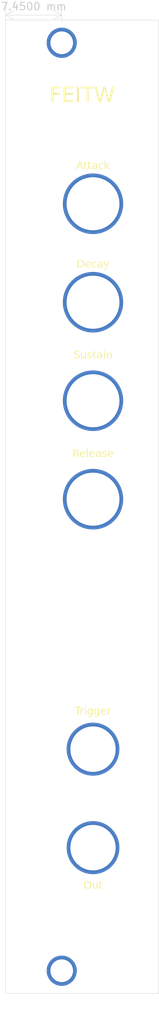
<source format=kicad_pcb>
(kicad_pcb
	(version 20240108)
	(generator "pcbnew")
	(generator_version "8.0")
	(general
		(thickness 1.6)
		(legacy_teardrops no)
	)
	(paper "A4")
	(layers
		(0 "F.Cu" signal)
		(31 "B.Cu" signal)
		(32 "B.Adhes" user "B.Adhesive")
		(33 "F.Adhes" user "F.Adhesive")
		(34 "B.Paste" user)
		(35 "F.Paste" user)
		(36 "B.SilkS" user "B.Silkscreen")
		(37 "F.SilkS" user "F.Silkscreen")
		(38 "B.Mask" user)
		(39 "F.Mask" user)
		(40 "Dwgs.User" user "User.Drawings")
		(41 "Cmts.User" user "User.Comments")
		(42 "Eco1.User" user "User.Eco1")
		(43 "Eco2.User" user "User.Eco2")
		(44 "Edge.Cuts" user)
		(45 "Margin" user)
		(46 "B.CrtYd" user "B.Courtyard")
		(47 "F.CrtYd" user "F.Courtyard")
		(48 "B.Fab" user)
		(49 "F.Fab" user)
		(50 "User.1" user)
		(51 "User.2" user)
		(52 "User.3" user)
		(53 "User.4" user)
		(54 "User.5" user)
		(55 "User.6" user)
		(56 "User.7" user)
		(57 "User.8" user)
		(58 "User.9" user)
	)
	(setup
		(pad_to_mask_clearance 0)
		(allow_soldermask_bridges_in_footprints no)
		(grid_origin 88.2 198.5)
		(pcbplotparams
			(layerselection 0x00010ff_ffffffff)
			(plot_on_all_layers_selection 0x0000000_00000000)
			(disableapertmacros no)
			(usegerberextensions no)
			(usegerberattributes yes)
			(usegerberadvancedattributes yes)
			(creategerberjobfile yes)
			(dashed_line_dash_ratio 12.000000)
			(dashed_line_gap_ratio 3.000000)
			(svgprecision 4)
			(plotframeref no)
			(viasonmask no)
			(mode 1)
			(useauxorigin no)
			(hpglpennumber 1)
			(hpglpenspeed 20)
			(hpglpendiameter 15.000000)
			(pdf_front_fp_property_popups yes)
			(pdf_back_fp_property_popups yes)
			(dxfpolygonmode yes)
			(dxfimperialunits yes)
			(dxfusepcbnewfont yes)
			(psnegative no)
			(psa4output no)
			(plotreference yes)
			(plotvalue yes)
			(plotfptext yes)
			(plotinvisibletext no)
			(sketchpadsonfab no)
			(subtractmaskfromsilk no)
			(outputformat 1)
			(mirror no)
			(drillshape 0)
			(scaleselection 1)
			(outputdirectory "gerber/")
		)
	)
	(net 0 "")
	(net 1 "GND")
	(gr_rect
		(start 88.2 70)
		(end 108.52 198.5)
		(stroke
			(width 0.05)
			(type default)
		)
		(fill none)
		(layer "Edge.Cuts")
		(uuid "a8c6f601-1687-4338-8a7c-bd3610d4a386")
	)
	(gr_rect
		(start 88.2 70)
		(end 108.52 198.5)
		(stroke
			(width 0.1)
			(type default)
		)
		(fill none)
		(layer "Margin")
		(uuid "24dbe167-c894-4dc7-954e-f8969588c97a")
	)
	(gr_circle
		(center 99.8 107.25)
		(end 96.3 107.25)
		(stroke
			(width 0.1)
			(type default)
		)
		(fill none)
		(layer "User.9")
		(uuid "0c97bf15-1194-4847-84d4-59322f32f829")
	)
	(gr_line
		(start 95.65 198.5)
		(end 95.65 70)
		(stroke
			(width 0.1)
			(type default)
		)
		(layer "User.9")
		(uuid "138c935c-f1f0-452f-9479-8fe990c57860")
	)
	(gr_circle
		(center 99.8 120.25)
		(end 96.3 120.25)
		(stroke
			(width 0.1)
			(type default)
		)
		(fill none)
		(layer "User.9")
		(uuid "40eebe3d-6854-44cd-b396-8da86c1f3e49")
	)
	(gr_line
		(start 88.2 195.5)
		(end 97.2 195.5)
		(stroke
			(width 0.1)
			(type default)
		)
		(layer "User.9")
		(uuid "75dae6d4-9b84-4b68-a5c2-db2c887879a8")
	)
	(gr_circle
		(center 99.8 166.25)
		(end 96.8 166.25)
		(stroke
			(width 0.1)
			(type default)
		)
		(fill none)
		(layer "User.9")
		(uuid "7cc00306-e135-424e-bd29-c71bde8d5fa4")
	)
	(gr_circle
		(center 99.8 133.25)
		(end 96.3 133.25)
		(stroke
			(width 0.1)
			(type default)
		)
		(fill none)
		(layer "User.9")
		(uuid "81c8345e-9324-4909-a853-1ff17e28b1fb")
	)
	(gr_line
		(start 88.2 73)
		(end 98.2 73)
		(stroke
			(width 0.1)
			(type default)
		)
		(layer "User.9")
		(uuid "9d865cd4-47fb-4887-9805-2c72bb60d40a")
	)
	(gr_circle
		(center 99.8 179.25)
		(end 96.8 179.25)
		(stroke
			(width 0.1)
			(type default)
		)
		(fill none)
		(layer "User.9")
		(uuid "b6805127-7810-4b69-923a-2bb1791b21b4")
	)
	(gr_circle
		(center 99.8 94.25)
		(end 96.3 94.25)
		(stroke
			(width 0.1)
			(type default)
		)
		(fill none)
		(layer "User.9")
		(uuid "edd7bf2c-5f5d-4e26-8717-cadc4d4fa02e")
	)
	(gr_text "Attack"
		(at 99.8 89.25 0)
		(layer "F.SilkS")
		(uuid "1a7e2e51-8733-4fd2-8754-b70b8fafd9fd")
		(effects
			(font
				(face "Dune Rise")
				(size 1 1)
				(thickness 0.1)
			)
		)
		(render_cache "Attack" 0
			(polygon
				(pts
					(xy 96.103385 89.665) (xy 96.21769 89.665) (xy 96.732798 88.744204) (xy 97.247174 89.665) (xy 97.361968 89.665)
					(xy 96.733287 88.539528)
				)
			)
			(polygon
				(pts
					(xy 97.235694 88.633562) (xy 97.748604 88.633562) (xy 97.748604 89.665) (xy 97.842638 89.665) (xy 97.842638 88.633562)
					(xy 98.355792 88.633562) (xy 98.355792 88.539773) (xy 97.235694 88.539773)
				)
			)
			(polygon
				(pts
					(xy 98.635694 88.633562) (xy 99.148604 88.633562) (xy 99.148604 89.665) (xy 99.242638 89.665) (xy 99.242638 88.633562)
					(xy 99.755792 88.633562) (xy 99.755792 88.539773) (xy 98.635694 88.539773)
				)
			)
			(polygon
				(pts
					(xy 99.62903 89.665) (xy 99.743336 89.665) (xy 100.258444 88.748356) (xy 100.773552 89.664755)
					(xy 100.888102 89.665) (xy 100.258444 88.539528)
				)
			)
			(polygon
				(pts
					(xy 100.976518 89.102264) (xy 100.979408 89.159862) (xy 100.98789 89.215783) (xy 101.001684 89.269744)
					(xy 101.020508 89.321464) (xy 101.044083 89.370663) (xy 101.072126 89.41706) (xy 101.104358 89.460372)
					(xy 101.140496 89.500319) (xy 101.180262 89.536619) (xy 101.223373 89.568992) (xy 101.269548 89.597156)
					(xy 101.318508 89.62083) (xy 101.36997 89.639732) (xy 101.423655 89.653582) (xy 101.47928 89.662098)
					(xy 101.536567 89.665) (xy 102.096616 89.665) (xy 102.096616 89.57121) (xy 101.536567 89.57121)
					(xy 101.465696 89.565799) (xy 101.398148 89.550098) (xy 101.334717 89.524909) (xy 101.276202 89.491032)
					(xy 101.223399 89.449268) (xy 101.177105 89.400417) (xy 101.138118 89.345279) (xy 101.107234 89.284656)
					(xy 101.085249 89.219348) (xy 101.072962 89.150155) (xy 101.070551 89.102264) (xy 101.075931 89.030989)
					(xy 101.091539 88.963053) (xy 101.116579 88.899258) (xy 101.150253 88.840405) (xy 101.191764 88.787297)
					(xy 101.240316 88.740735) (xy 101.295112 88.701522) (xy 101.355354 88.670458) (xy 101.420246 88.648346)
					(xy 101.48899 88.635987) (xy 101.536567 88.633562) (xy 102.096616 88.633562) (xy 102.096616 88.539773)
					(xy 101.536567 88.539773) (xy 101.47928 88.542674) (xy 101.423655 88.55119) (xy 101.36997 88.565038)
					(xy 101.318508 88.583939) (xy 101.269548 88.607609) (xy 101.223373 88.635767) (xy 101.180262 88.668133)
					(xy 101.140496 88.704423) (xy 101.104358 88.744357) (xy 101.072126 88.787653) (xy 101.044083 88.834029)
					(xy 101.020508 88.883205) (xy 101.001684 88.934898) (xy 100.98789 88.988826) (xy 100.979408 89.044709)
				)
			)
			(polygon
				(pts
					(xy 103.350558 88.539528) (xy 102.470307 89.283736) (xy 102.470307 88.539528) (xy 102.376274 88.539528)
					(xy 102.376274 89.363115) (xy 102.376274 89.486702) (xy 102.376274 89.665) (xy 102.470307 89.665)
					(xy 102.470307 89.407079) (xy 102.757781 89.164057) (xy 103.350558 89.665) (xy 103.496616 89.665)
					(xy 102.83081 89.102508) (xy 103.496616 88.539528)
				)
			)
		)
	)
	(gr_text "Out"
		(at 99.8 184.25 0)
		(layer "F.SilkS")
		(uuid "3246e77a-7d1f-43a1-a2bb-55786c66becb")
		(effects
			(font
				(face "Dune Rise")
				(size 1 1)
				(thickness 0.1)
			)
		)
		(render_cache "Out" 0
			(polygon
				(pts
					(xy 98.457246 183.542674) (xy 98.512842 183.55119) (xy 98.566506 183.565038) (xy 98.617956 183.583939)
					(xy 98.66691 183.607609) (xy 98.713086 183.635767) (xy 98.756203 183.668133) (xy 98.795978 183.704423)
					(xy 98.83213 183.744357) (xy 98.864376 183.787653) (xy 98.892434 183.834029) (xy 98.916024 183.883205)
					(xy 98.934862 183.934898) (xy 98.948666 183.988826) (xy 98.957156 184.044709) (xy 98.960048 184.102264)
					(xy 98.957156 184.159862) (xy 98.948666 184.215783) (xy 98.934862 184.269744) (xy 98.916024 184.321464)
					(xy 98.892434 184.370663) (xy 98.864376 184.41706) (xy 98.83213 184.460372) (xy 98.795978 184.500319)
					(xy 98.756203 184.536619) (xy 98.713086 184.568992) (xy 98.66691 184.597156) (xy 98.617956 184.62083)
					(xy 98.566506 184.639732) (xy 98.512842 184.653582) (xy 98.457246 184.662098) (xy 98.4 184.665)
					(xy 98.342713 184.662098) (xy 98.287087 184.653582) (xy 98.233403 184.639732) (xy 98.18194 184.62083)
					(xy 98.132981 184.597156) (xy 98.086805 184.568992) (xy 98.043694 184.536619) (xy 98.003929 184.500319)
					(xy 97.96779 184.460372) (xy 97.935559 184.41706) (xy 97.907515 184.370663) (xy 97.883941 184.321464)
					(xy 97.865117 184.269744) (xy 97.851323 184.215783) (xy 97.84284 184.159862) (xy 97.839951 184.102264)
					(xy 97.933984 184.102264) (xy 97.936395 184.150155) (xy 97.948682 184.219348) (xy 97.970666 184.284656)
					(xy 98.001551 184.345279) (xy 98.040538 184.400417) (xy 98.086832 184.449268) (xy 98.139635 184.491032)
					(xy 98.19815 184.524909) (xy 98.26158 184.550098) (xy 98.329129 184.565799) (xy 98.4 184.57121)
					(xy 98.447576 184.568785) (xy 98.516321 184.556426) (xy 98.581212 184.53431) (xy 98.641455 184.503241)
					(xy 98.69625 184.464016) (xy 98.744802 184.417438) (xy 98.786313 184.364307) (xy 98.819987 184.305424)
					(xy 98.845027 184.241588) (xy 98.860635 184.173602) (xy 98.866015 184.102264) (xy 98.863604 184.054416)
					(xy 98.851317 183.985278) (xy 98.829333 183.920013) (xy 98.798448 183.859424) (xy 98.759461 183.804312)
					(xy 98.713167 183.755479) (xy 98.660364 183.713727) (xy 98.601849 183.679857) (xy 98.538419 183.654672)
					(xy 98.47087 183.638973) (xy 98.4 183.633562) (xy 98.352423 183.635987) (xy 98.283678 183.648346)
					(xy 98.218787 183.670458) (xy 98.158544 183.701522) (xy 98.103749 183.740735) (xy 98.055197 183.787297)
					(xy 98.013686 183.840405) (xy 97.980012 183.899258) (xy 97.954972 183.963053) (xy 97.939364 184.030989)
					(xy 97.933984 184.102264) (xy 97.839951 184.102264) (xy 97.84284 184.044709) (xy 97.851323 183.988826)
					(xy 97.865117 183.934898) (xy 97.883941 183.883205) (xy 97.907515 183.834029) (xy 97.935559 183.787653)
					(xy 97.96779 183.744357) (xy 98.003929 183.704423) (xy 98.043694 183.668133) (xy 98.086805 183.635767)
					(xy 98.132981 183.607609) (xy 98.18194 183.583939) (xy 98.233403 183.565038) (xy 98.287087 183.55119)
					(xy 98.342713 183.542674) (xy 98.4 183.539773)
				)
			)
			(polygon
				(pts
					(xy 100.266015 184.102508) (xy 100.260635 184.173783) (xy 100.245027 184.241719) (xy 100.219987 184.305515)
					(xy 100.186313 184.364367) (xy 100.144802 184.417475) (xy 100.09625 184.464037) (xy 100.041455 184.50325)
					(xy 99.981212 184.534314) (xy 99.916321 184.556427) (xy 99.847576 184.568785) (xy 99.8 184.57121)
					(xy 99.729129 184.565799) (xy 99.66158 184.5501) (xy 99.59815 184.524915) (xy 99.539635 184.491045)
					(xy 99.486832 184.449293) (xy 99.440538 184.40046) (xy 99.401551 184.345348) (xy 99.370666 184.284759)
					(xy 99.348682 184.219495) (xy 99.336395 184.150356) (xy 99.333984 184.102508) (xy 99.333984 183.539528)
					(xy 99.239951 183.539528) (xy 99.239951 184.102508) (xy 99.24284 184.160063) (xy 99.251323 184.215946)
					(xy 99.265117 184.269875) (xy 99.283941 184.321567) (xy 99.307515 184.370743) (xy 99.335559 184.417119)
					(xy 99.36779 184.460415) (xy 99.403929 184.500349) (xy 99.443694 184.53664) (xy 99.486805 184.569005)
					(xy 99.532981 184.597163) (xy 99.58194 184.620834) (xy 99.633403 184.639734) (xy 99.687087 184.653583)
					(xy 99.742713 184.662098) (xy 99.8 184.665) (xy 99.857246 184.662098) (xy 99.912842 184.653583)
					(xy 99.966506 184.639734) (xy 100.017956 184.620834) (xy 100.06691 184.597163) (xy 100.113086 184.569005)
					(xy 100.156203 184.53664) (xy 100.195978 184.500349) (xy 100.23213 184.460415) (xy 100.264376 184.417119)
					(xy 100.292434 184.370743) (xy 100.316024 184.321567) (xy 100.334862 184.269875) (xy 100.348666 184.215946)
					(xy 100.357156 184.160063) (xy 100.360048 184.102508) (xy 100.360048 183.539528) (xy 100.266015 183.539528)
				)
			)
			(polygon
				(pts
					(xy 100.639951 183.633562) (xy 101.152861 183.633562) (xy 101.152861 184.665) (xy 101.246894 184.665)
					(xy 101.246894 183.633562) (xy 101.760048 183.633562) (xy 101.760048 183.539773) (xy 100.639951 183.539773)
				)
			)
		)
	)
	(gr_text "FEITW"
		(at 98.36 80 0)
		(layer "F.SilkS")
		(uuid "55ed641a-81af-4af1-88f0-d96731101ead")
		(effects
			(font
				(face "Dune Rise")
				(size 2 2)
				(thickness 0.1)
			)
		)
		(render_cache "FEITW" 0
			(polygon
				(pts
					(xy 92.619805 79.610251) (xy 92.619805 80.83) (xy 92.807872 80.83) (xy 92.807872 79.798806) (xy 94.252812 79.798806)
					(xy 94.252812 79.610739)
				)
			)
			(polygon
				(pts
					(xy 94.86 78.767124) (xy 94.86 78.579546) (xy 92.619805 78.579546) (xy 92.619805 78.767124)
				)
			)
			(polygon
				(pts
					(xy 96.258535 78.579546) (xy 96.143962 78.58528) (xy 96.03271 78.60211) (xy 95.925341 78.629475)
					(xy 95.822416 78.666817) (xy 95.724497 78.713575) (xy 95.632146 78.769191) (xy 95.545925 78.833104)
					(xy 95.466394 78.904755) (xy 95.394116 78.983585) (xy 95.329653 79.069033) (xy 95.273567 79.160541)
					(xy 95.226418 79.257549) (xy 95.188769 79.359497) (xy 95.161181 79.465825) (xy 95.144217 79.575974)
					(xy 95.138437 79.689385) (xy 95.144217 79.806201) (xy 95.161181 79.919598) (xy 95.188769 80.029007)
					(xy 95.226418 80.133862) (xy 95.273567 80.233593) (xy 95.329653 80.327632) (xy 95.394116 80.415412)
					(xy 95.466394 80.496364) (xy 95.545925 80.56992) (xy 95.632146 80.635512) (xy 95.724497 80.692571)
					(xy 95.822416 80.74053) (xy 95.925341 80.778821) (xy 96.03271 80.806875) (xy 96.143962 80.824124)
					(xy 96.258535 80.83) (xy 97.378632 80.83) (xy 97.378632 80.642421) (xy 96.258535 80.642421) (xy 96.116794 80.631376)
					(xy 95.981696 80.599344) (xy 95.854835 80.547982) (xy 95.737805 80.478948) (xy 95.632199 80.393897)
					(xy 95.539612 80.294487) (xy 95.461637 80.182374) (xy 95.399868 80.059215) (xy 95.3559 79.926666)
					(xy 95.331325 79.786384) (xy 95.326504 79.689385) (xy 95.337264 79.548902) (xy 95.36848 79.415081)
					(xy 95.418559 79.289486) (xy 95.485907 79.173679) (xy 95.56893 79.069222) (xy 95.666034 78.977679)
					(xy 95.775625 78.900611) (xy 95.896109 78.839581) (xy 96.025893 78.796151) (xy 96.163382 78.771884)
					(xy 96.258535 78.767124) (xy 97.378632 78.767124) (xy 97.378632 78.579546)
				)
			)
			(polygon
				(pts
					(xy 96.391891 79.689385) (xy 96.428448 79.783552) (xy 96.518196 79.828854) (xy 96.532575 79.829581)
					(xy 96.626963 79.793074) (xy 96.672527 79.703679) (xy 96.673259 79.689385) (xy 96.636531 79.594804)
					(xy 96.546874 79.549428) (xy 96.532575 79.548702) (xy 96.437994 79.585259) (xy 96.392618 79.675006)
				)
			)
			(polygon
				(pts
					(xy 97.937949 80.83) (xy 98.126016 80.83) (xy 98.125527 78.579057) (xy 97.937949 78.579057)
				)
			)
			(polygon
				(pts
					(xy 98.684843 78.767124) (xy 99.710663 78.767124) (xy 99.710663 80.83) (xy 99.89873 80.83) (xy 99.89873 78.767124)
					(xy 100.925039 78.767124) (xy 100.925039 78.579546) (xy 98.684843 78.579546)
				)
			)
			(polygon
				(pts
					(xy 103.912617 80.127557) (xy 103.902179 80.231305) (xy 103.872248 80.327943) (xy 103.824904 80.415399)
					(xy 103.762225 80.491601) (xy 103.686287 80.554476) (xy 103.59917 80.601953) (xy 103.50295 80.631959)
					(xy 103.399707 80.642421) (xy 103.296464 80.631917) (xy 103.200245 80.6018) (xy 103.113127 80.554167)
					(xy 103.03719 80.491113) (xy 102.97451 80.414731) (xy 102.927166 80.327119) (xy 102.897236 80.23037)
					(xy 102.886797 80.12658) (xy 102.886797 78.579057) (xy 102.69873 78.579057) (xy 102.69873 80.12658)
					(xy 102.688292 80.23037) (xy 102.658361 80.327119) (xy 102.611017 80.414731) (xy 102.548338 80.491113)
					(xy 102.4724 80.554167) (xy 102.385283 80.6018) (xy 102.289063 80.631917) (xy 102.18582 80.642421)
					(xy 102.082577 80.631917) (xy 101.986358 80.6018) (xy 101.89924 80.554167) (xy 101.823303 80.491113)
					(xy 101.760623 80.414731) (xy 101.713279 80.327119) (xy 101.683349 80.23037) (xy 101.67291 80.12658)
					(xy 101.67291 78.579057) (xy 101.484843 78.579057) (xy 101.484843 80.12658) (xy 101.492915 80.233897)
					(xy 101.516338 80.336066) (xy 101.553928 80.431906) (xy 101.604498 80.520236) (xy 101.666864 80.599875)
					(xy 101.739838 80.669643) (xy 101.822236 80.728357) (xy 101.912871 80.774839) (xy 102.010558 80.807906)
					(xy 102.114111 80.826377) (xy 102.18582 80.83) (xy 102.304896 80.819932) (xy 102.417401 80.790817)
					(xy 102.521705 80.744287) (xy 102.616174 80.681975) (xy 102.699177 80.605513) (xy 102.76908 80.516533)
					(xy 102.793008 80.477801) (xy 102.857182 80.571331) (xy 102.93506 80.652997) (xy 103.02503 80.721165)
					(xy 103.125483 80.774203) (xy 103.23481 80.81048) (xy 103.351399 80.828363) (xy 103.399707 80.83)
					(xy 103.506524 80.821914) (xy 103.608287 80.798447) (xy 103.703804 80.760777) (xy 103.791886 80.710087)
					(xy 103.871341 80.647556) (xy 103.940979 80.574367) (xy 103.99961 80.4917) (xy 104.046042 80.400735)
					(xy 104.079086 80.302654) (xy 104.097551 80.198638) (xy 104.101173 80.12658) (xy 104.101173 78.579057)
					(xy 103.912617 78.579057)
				)
			)
		)
	)
	(gr_text "Trigger"
		(at 99.8 161.25 0)
		(layer "F.SilkS")
		(uuid "574ab96f-eed1-4c2e-92e7-550c5b6d43c0")
		(effects
			(font
				(face "Dune Rise")
				(size 1 1)
				(thickness 0.1)
			)
		)
		(render_cache "Trigger" 0
			(polygon
				(pts
					(xy 95.459561 160.633562) (xy 95.972471 160.633562) (xy 95.972471 161.665) (xy 96.066504 161.665)
					(xy 96.066504 160.633562) (xy 96.579658 160.633562) (xy 96.579658 160.539773) (xy 95.459561 160.539773)
				)
			)
			(polygon
				(pts
					(xy 97.737215 160.545948) (xy 97.794186 160.563667) (xy 97.845754 160.591718) (xy 97.890693 160.628891)
					(xy 97.927778 160.673975) (xy 97.955784 160.72576) (xy 97.973485 160.783034) (xy 97.979658 160.844588)
					(xy 97.978187 160.874779) (xy 97.969473 160.923146) (xy 97.949473 160.977175) (xy 97.920112 161.025778)
					(xy 97.882502 161.067845) (xy 97.837753 161.102264) (xy 97.860951 161.118448) (xy 97.902269 161.15683)
					(xy 97.935893 161.202304) (xy 97.960712 161.253759) (xy 97.975615 161.310084) (xy 97.979658 161.35994)
					(xy 97.979658 161.665) (xy 97.885625 161.665) (xy 97.885625 161.35994) (xy 97.884541 161.338457)
					(xy 97.872888 161.287655) (xy 97.849793 161.242342) (xy 97.816921 161.204188) (xy 97.77594 161.174866)
					(xy 97.728513 161.156047) (xy 97.676309 161.149403) (xy 96.953594 161.149403) (xy 96.953594 161.665)
					(xy 96.859561 161.665) (xy 96.859561 160.633562) (xy 96.95335 160.633562) (xy 96.95335 161.055369)
					(xy 97.676309 161.055369) (xy 97.697657 161.054237) (xy 97.748151 161.042437) (xy 97.793199 161.019159)
					(xy 97.831136 160.98607) (xy 97.860297 160.944834) (xy 97.879015 160.897118) (xy 97.885625 160.844588)
					(xy 97.884541 160.823059) (xy 97.872885 160.772145) (xy 97.84978 160.726727) (xy 97.816885 160.688483)
					(xy 97.77586 160.659089) (xy 97.728367 160.640223) (xy 97.676064 160.633562) (xy 96.95335 160.633562)
					(xy 96.859561 160.633562) (xy 96.859561 160.539773) (xy 97.676064 160.539773)
				)
			)
			(polygon
				(pts
					(xy 98.541173 160.633562) (xy 98.541173 160.539773) (xy 98.259072 160.539773) (xy 98.259072 160.633562)
					(xy 98.353106 160.633562) (xy 98.353106 161.57121) (xy 98.259072 161.57121) (xy 98.259072 161.665)
					(xy 98.541173 161.665) (xy 98.541173 161.57121) (xy 98.447139 161.57121) (xy 98.447139 160.633562)
				)
			)
			(polygon
				(pts
					(xy 98.820342 161.102264) (xy 98.823232 161.159862) (xy 98.831714 161.215783) (xy 98.845508 161.269744)
					(xy 98.864333 161.321464) (xy 98.887907 161.370663) (xy 98.91595 161.41706) (xy 98.948182 161.460372)
					(xy 98.984321 161.500319) (xy 99.024086 161.536619) (xy 99.067197 161.568992) (xy 99.113372 161.597156)
					(xy 99.162332 161.62083) (xy 99.213794 161.639732) (xy 99.267479 161.653582) (xy 99.323105 161.662098)
					(xy 99.380391 161.665) (xy 99.94044 161.665) (xy 99.94044 161.055369) (xy 99.539149 161.055369)
					(xy 99.539149 161.149403) (xy 99.846406 161.149403) (xy 99.846406 161.57121) (xy 99.380391 161.57121)
					(xy 99.309521 161.565793) (xy 99.241972 161.550077) (xy 99.178541 161.524868) (xy 99.120026 161.490968)
					(xy 99.067223 161.449182) (xy 99.02093 161.400315) (xy 98.981942 161.345171) (xy 98.951058 161.284553)
					(xy 98.929074 161.219266) (xy 98.916786 161.150115) (xy 98.914376 161.102264) (xy 98.919756 161.031051)
					(xy 98.935364 160.963166) (xy 98.960403 160.899411) (xy 98.994077 160.84059) (xy 99.035589 160.787505)
					(xy 99.08414 160.740959) (xy 99.138936 160.701756) (xy 99.199178 160.670698) (xy 99.26407 160.648589)
					(xy 99.332815 160.636231) (xy 99.380391 160.633806) (xy 99.94044 160.633806) (xy 99.94044 160.539773)
					(xy 99.380391 160.539773) (xy 99.323105 160.542674) (xy 99.267479 160.55119) (xy 99.213794 160.565038)
					(xy 99.162332 160.583939) (xy 99.113372 160.607609) (xy 99.067197 160.635767) (xy 99.024086 160.668133)
					(xy 98.984321 160.704423) (xy 98.948182 160.744357) (xy 98.91595 160.787653) (xy 98.887907 160.834029)
					(xy 98.864333 160.883205) (xy 98.845508 160.934898) (xy 98.831714 160.988826) (xy 98.823232 161.044709)
				)
			)
			(polygon
				(pts
					(xy 100.220342 161.102264) (xy 100.223232 161.159862) (xy 100.231714 161.215783) (xy 100.245508 161.269744)
					(xy 100.264333 161.321464) (xy 100.287907 161.370663) (xy 100.31595 161.41706) (xy 100.348182 161.460372)
					(xy 100.384321 161.500319) (xy 100.424086 161.536619) (xy 100.467197 161.568992) (xy 100.513372 161.597156)
					(xy 100.562332 161.62083) (xy 100.613794 161.639732) (xy 100.667479 161.653582) (xy 100.723105 161.662098)
					(xy 100.780391 161.665) (xy 101.34044 161.665) (xy 101.34044 161.055369) (xy 100.939149 161.055369)
					(xy 100.939149 161.149403) (xy 101.246406 161.149403) (xy 101.246406 161.57121) (xy 100.780391 161.57121)
					(xy 100.709521 161.565793) (xy 100.641972 161.550077) (xy 100.578541 161.524868) (xy 100.520026 161.490968)
					(xy 100.467223 161.449182) (xy 100.42093 161.400315) (xy 100.381942 161.345171) (xy 100.351058 161.284553)
					(xy 100.329074 161.219266) (xy 100.316786 161.150115) (xy 100.314376 161.102264) (xy 100.319756 161.031051)
					(xy 100.335364 160.963166) (xy 100.360403 160.899411) (xy 100.394077 160.84059) (xy 100.435589 160.787505)
					(xy 100.48414 160.740959) (xy 100.538936 160.701756) (xy 100.599178 160.670698) (xy 100.66407 160.648589)
					(xy 100.732815 160.636231) (xy 100.780391 160.633806) (xy 101.34044 160.633806) (xy 101.34044 160.539773)
					(xy 100.780391 160.539773) (xy 100.723105 160.542674) (xy 100.667479 160.55119) (xy 100.613794 160.565038)
					(xy 100.562332 160.583939) (xy 100.513372 160.607609) (xy 100.467197 160.635767) (xy 100.424086 160.668133)
					(xy 100.384321 160.704423) (xy 100.348182 160.744357) (xy 100.31595 160.787653) (xy 100.287907 160.834029)
					(xy 100.264333 160.883205) (xy 100.245508 160.934898) (xy 100.231714 160.988826) (xy 100.223232 161.044709)
				)
			)
			(polygon
				(pts
					(xy 101.620342 161.102264) (xy 101.623232 161.159862) (xy 101.631714 161.215783) (xy 101.645508 161.269744)
					(xy 101.664333 161.321464) (xy 101.687907 161.370663) (xy 101.71595 161.41706) (xy 101.748182 161.460372)
					(xy 101.784321 161.500319) (xy 101.824086 161.536619) (xy 101.867197 161.568992) (xy 101.913372 161.597156)
					(xy 101.962332 161.62083) (xy 102.013794 161.639732) (xy 102.067479 161.653582) (xy 102.123105 161.662098)
					(xy 102.180391 161.665) (xy 102.74044 161.665) (xy 102.74044 161.57121) (xy 102.180391 161.57121)
					(xy 102.113808 161.566433) (xy 102.0501 161.552544) (xy 101.989926 161.530207) (xy 101.933945 161.500087)
					(xy 101.882817 161.462847) (xy 101.8372 161.419152) (xy 101.797755 161.369666) (xy 101.76514 161.315053)
					(xy 101.740015 161.255977) (xy 101.723039 161.193102) (xy 101.716574 161.149403) (xy 102.74044 161.149403)
					(xy 102.74044 161.055369) (xy 101.716574 161.055369) (xy 101.727751 160.990337) (xy 101.747517 160.928671)
					(xy 101.775212 160.871033) (xy 101.810177 160.818086) (xy 101.851753 160.770489) (xy 101.89928 160.728907)
					(xy 101.952099 160.693999) (xy 102.009551 160.666428) (xy 102.070976 160.646855) (xy 102.135716 160.635943)
					(xy 102.180391 160.633806) (xy 102.74044 160.633806) (xy 102.74044 160.539773) (xy 102.180391 160.539773)
					(xy 102.123105 160.542674) (xy 102.067479 160.55119) (xy 102.013794 160.565038) (xy 101.962332 160.583939)
					(xy 101.913372 160.607609) (xy 101.867197 160.635767) (xy 101.824086 160.668133) (xy 101.784321 160.704423)
					(xy 101.748182 160.744357) (xy 101.71595 160.787653) (xy 101.687907 160.834029) (xy 101.664333 160.883205)
					(xy 101.645508 160.934898) (xy 101.631714 160.988826) (xy 101.623232 161.044709)
				)
			)
			(polygon
				(pts
					(xy 103.897996 160.545948) (xy 103.954968 160.563667) (xy 104.006536 160.591718) (xy 104.051474 160.628891)
					(xy 104.088559 160.673975) (xy 104.116565 160.72576) (xy 104.134267 160.783034) (xy 104.14044 160.844588)
					(xy 104.138969 160.874779) (xy 104.130254 160.923146) (xy 104.110254 160.977175) (xy 104.080894 161.025778)
					(xy 104.043284 161.067845) (xy 103.998535 161.102264) (xy 104.021732 161.118448) (xy 104.063051 161.15683)
					(xy 104.096675 161.202304) (xy 104.121494 161.253759) (xy 104.136397 161.310084) (xy 104.14044 161.35994)
					(xy 104.14044 161.665) (xy 104.046406 161.665) (xy 104.046406 161.35994) (xy 104.045322 161.338457)
					(xy 104.033669 161.287655) (xy 104.010574 161.242342) (xy 103.977703 161.204188) (xy 103.936721 161.174866)
					(xy 103.889295 161.156047) (xy 103.83709 161.149403) (xy 103.114376 161.149403) (xy 103.114376 161.665)
					(xy 103.020342 161.665) (xy 103.020342 160.633562) (xy 103.114131 160.633562) (xy 103.114131 161.055369)
					(xy 103.83709 161.055369) (xy 103.858439 161.054237) (xy 103.908932 161.042437) (xy 103.953981 161.019159)
					(xy 103.991918 160.98607) (xy 104.021079 160.944834) (xy 104.039797 160.897118) (xy 104.046406 160.844588)
					(xy 104.045322 160.823059) (xy 104.033667 160.772145) (xy 104.010561 160.726727) (xy 103.977666 160.688483)
					(xy 103.936642 160.659089) (xy 103.889148 160.640223) (xy 103.836846 160.633562) (xy 103.114131 160.633562)
					(xy 103.020342 160.633562) (xy 103.020342 160.539773) (xy 103.836846 160.539773)
				)
			)
		)
	)
	(gr_text "Sustain"
		(at 99.8 114.25 0)
		(layer "F.SilkS")
		(uuid "63c7629a-5e5f-4c12-9107-2a50ad383461")
		(effects
			(font
				(face "Dune Rise")
				(size 1 1)
				(thickness 0.1)
			)
		)
		(render_cache "Sustain" 0
			(polygon
				(pts
					(xy 95.897243 113.539773) (xy 95.836103 113.545948) (xy 95.779159 113.563667) (xy 95.727631 113.591718)
					(xy 95.682737 113.628891) (xy 95.645697 113.673975) (xy 95.61773 113.72576) (xy 95.600056 113.783034)
					(xy 95.593894 113.844588) (xy 95.600056 113.906071) (xy 95.61773 113.963313) (xy 95.645697 114.015093)
					(xy 95.682737 114.060193) (xy 95.727631 114.097393) (xy 95.779159 114.125475) (xy 95.836103 114.143218)
					(xy 95.897243 114.149403) (xy 96.410397 114.149403) (xy 96.4627 114.156048) (xy 96.510193 114.174874)
					(xy 96.551218 114.204213) (xy 96.584113 114.242401) (xy 96.607218 114.287771) (xy 96.618874 114.338658)
					(xy 96.619958 114.360184) (xy 96.613347 114.412827) (xy 96.594623 114.460645) (xy 96.565444 114.50196)
					(xy 96.527472 114.535095) (xy 96.482367 114.558373) (xy 96.431789 114.570118) (xy 96.410397 114.57121)
					(xy 95.593894 114.57121) (xy 95.593894 114.665) (xy 96.410397 114.665) (xy 96.471548 114.658824)
					(xy 96.528519 114.641106) (xy 96.580087 114.613054) (xy 96.625026 114.575881) (xy 96.662111 114.530797)
					(xy 96.690117 114.479012) (xy 96.707818 114.421738) (xy 96.713991 114.360184) (xy 96.707818 114.298631)
					(xy 96.690117 114.241356) (xy 96.662111 114.189572) (xy 96.625026 114.144487) (xy 96.580087 114.107314)
					(xy 96.528519 114.079263) (xy 96.471548 114.061545) (xy 96.410397 114.055369) (xy 95.897243 114.055369)
					(xy 95.844957 114.048708) (xy 95.797504 114.029842) (xy 95.756534 114.000448) (xy 95.723695 113.962204)
					(xy 95.700637 113.916786) (xy 95.689009 113.865872) (xy 95.687927 113.844344) (xy 95.694522 113.791798)
					(xy 95.713206 113.744048) (xy 95.74233 113.702776) (xy 95.780246 113.669665) (xy 95.825304 113.646397)
					(xy 95.875854 113.634655) (xy 95.897243 113.633562) (xy 96.713991 113.633562) (xy 96.713991 113.539773)
				)
			)
			(polygon
				(pts
					(xy 98.019958 114.102508) (xy 98.014578 114.173783) (xy 97.99897 114.241719) (xy 97.97393 114.305515)
					(xy 97.940256 114.364367) (xy 97.898745 114.417475) (xy 97.850193 114.464037) (xy 97.795398 114.50325)
					(xy 97.735155 114.534314) (xy 97.670264 114.556427) (xy 97.601519 114.568785) (xy 97.553943 114.57121)
					(xy 97.483072 114.565799) (xy 97.415523 114.5501) (xy 97.352093 114.524915) (xy 97.293578 114.491045)
					(xy 97.240775 114.449293) (xy 97.194481 114.40046) (xy 97.155494 114.345348) (xy 97.124609 114.284759)
					(xy 97.102625 114.219495) (xy 97.090338 114.150356) (xy 97.087927 114.102508) (xy 97.087927 113.539528)
					(xy 96.993894 113.539528) (xy 96.993894 114.102508) (xy 96.996783 114.160063) (xy 97.005266 114.215946)
					(xy 97.01906 114.269875) (xy 97.037884 114.321567) (xy 97.061458 114.370743) (xy 97.089502 114.417119)
					(xy 97.121733 114.460415) (xy 97.157872 114.500349) (xy 97.197637 114.53664) (xy 97.240748 114.569005)
					(xy 97.286924 114.597163) (xy 97.335883 114.620834) (xy 97.387346 114.639734) (xy 97.44103 114.653583)
					(xy 97.496656 114.662098) (xy 97.553943 114.665) (xy 97.611189 114.662098) (xy 97.666785 114.653583)
					(xy 97.720449 114.639734) (xy 97.771899 114.620834) (xy 97.820853 114.597163) (xy 97.867029 114.569005)
					(xy 97.910146 114.53664) (xy 97.949921 114.500349) (xy 97.986073 114.460415) (xy 98.018319 114.417119)
					(xy 98.046377 114.370743) (xy 98.069967 114.321567) (xy 98.088805 114.269875) (xy 98.102609 114.215946)
					(xy 98.111099 114.160063) (xy 98.113991 114.102508) (xy 98.113991 113.539528) (xy 98.019958 113.539528)
				)
			)
			(polygon
				(pts
					(xy 98.697243 113.539773) (xy 98.636103 113.545948) (xy 98.579159 113.563667) (xy 98.527631 113.591718)
					(xy 98.482737 113.628891) (xy 98.445697 113.673975) (xy 98.41773 113.72576) (xy 98.400056 113.783034)
					(xy 98.393894 113.844588) (xy 98.400056 113.906071) (xy 98.41773 113.963313) (xy 98.445697 114.015093)
					(xy 98.482737 114.060193) (xy 98.527631 114.097393) (xy 98.579159 114.125475) (xy 98.636103 114.143218)
					(xy 98.697243 114.149403) (xy 99.210397 114.149403) (xy 99.2627 114.156048) (xy 99.310193 114.174874)
					(xy 99.351218 114.204213) (xy 99.384113 114.242401) (xy 99.407218 114.287771) (xy 99.418874 114.338658)
					(xy 99.419958 114.360184) (xy 99.413347 114.412827) (xy 99.394623 114.460645) (xy 99.365444 114.50196)
					(xy 99.327472 114.535095) (xy 99.282367 114.558373) (xy 99.231789 114.570118) (xy 99.210397 114.57121)
					(xy 98.393894 114.57121) (xy 98.393894 114.665) (xy 99.210397 114.665) (xy 99.271548 114.658824)
					(xy 99.328519 114.641106) (xy 99.380087 114.613054) (xy 99.425026 114.575881) (xy 99.462111 114.530797)
					(xy 99.490117 114.479012) (xy 99.507818 114.421738) (xy 99.513991 114.360184) (xy 99.507818 114.298631)
					(xy 99.490117 114.241356) (xy 99.462111 114.189572) (xy 99.425026 114.144487) (xy 99.380087 114.107314)
					(xy 99.328519 114.079263) (xy 99.271548 114.061545) (xy 99.210397 114.055369) (xy 98.697243 114.055369)
					(xy 98.644957 114.048708) (xy 98.597504 114.029842) (xy 98.556534 114.000448) (xy 98.523695 113.962204)
					(xy 98.500637 113.916786) (xy 98.489009 113.865872) (xy 98.487927 113.844344) (xy 98.494522 113.791798)
					(xy 98.513206 113.744048) (xy 98.54233 113.702776) (xy 98.580246 113.669665) (xy 98.625304 113.646397)
					(xy 98.675854 113.634655) (xy 98.697243 113.633562) (xy 99.513991 113.633562) (xy 99.513991 113.539773)
				)
			)
			(polygon
				(pts
					(xy 99.793894 113.633562) (xy 100.306804 113.633562) (xy 100.306804 114.665) (xy 100.400837 114.665)
					(xy 100.400837 113.633562) (xy 100.913991 113.633562) (xy 100.913991 113.539773) (xy 99.793894 113.539773)
				)
			)
			(polygon
				(pts
					(xy 100.787229 114.665) (xy 100.901535 114.665) (xy 101.416643 113.748356) (xy 101.931751 114.664755)
					(xy 102.046301 114.665) (xy 101.416643 113.539528)
				)
			)
			(polygon
				(pts
					(xy 102.606839 113.633562) (xy 102.606839 113.539773) (xy 102.324738 113.539773) (xy 102.324738 113.633562)
					(xy 102.418772 113.633562) (xy 102.418772 114.57121) (xy 102.324738 114.57121) (xy 102.324738 114.665)
					(xy 102.606839 114.665) (xy 102.606839 114.57121) (xy 102.512805 114.57121) (xy 102.512805 113.633562)
				)
			)
			(polygon
				(pts
					(xy 103.446057 113.539773) (xy 103.388771 113.542671) (xy 103.333145 113.551179) (xy 103.27946 113.565016)
					(xy 103.227998 113.583901) (xy 103.179038 113.607552) (xy 103.132863 113.63569) (xy 103.089752 113.668033)
					(xy 103.049987 113.704301) (xy 103.013848 113.744212) (xy 102.981616 113.787486) (xy 102.953573 113.833842)
					(xy 102.929999 113.882999) (xy 102.911174 113.934676) (xy 102.89738 113.988592) (xy 102.888898 114.044467)
					(xy 102.886008 114.10202) (xy 102.886008 114.665) (xy 102.980042 114.665) (xy 102.980042 114.10202)
					(xy 102.985421 114.030807) (xy 103.00103 113.962922) (xy 103.026069 113.899167) (xy 103.059743 113.840345)
					(xy 103.101254 113.787261) (xy 103.149806 113.740715) (xy 103.204602 113.701512) (xy 103.264844 113.670454)
					(xy 103.329736 113.648345) (xy 103.39848 113.635987) (xy 103.446057 113.633562) (xy 103.516927 113.638973)
					(xy 103.584476 113.654671) (xy 103.647907 113.679852) (xy 103.706422 113.713714) (xy 103.759225 113.755454)
					(xy 103.805518 113.804269) (xy 103.844506 113.859355) (xy 103.87539 113.91991) (xy 103.897374 113.985131)
					(xy 103.909662 114.054215) (xy 103.912072 114.10202) (xy 103.912072 114.665) (xy 104.006106 114.665)
					(xy 104.006106 114.10202) (xy 104.003213 114.044467) (xy 103.994724 113.988592) (xy 103.980919 113.934676)
					(xy 103.962081 113.882999) (xy 103.938492 113.833842) (xy 103.910433 113.787486) (xy 103.878187 113.744212)
					(xy 103.842036 113.704301) (xy 103.802261 113.668033) (xy 103.759144 113.63569) (xy 103.712967 113.607552)
					(xy 103.664013 113.583901) (xy 103.612563 113.565016) (xy 103.558899 113.551179) (xy 103.503303 113.542671)
				)
			)
		)
	)
	(gr_text "Decay"
		(at 99.8 102.25 0)
		(layer "F.SilkS")
		(uuid "a4b53cc8-5ef9-4927-98c1-896b63f4a245")
		(effects
			(font
				(face "Dune Rise")
				(size 1 1)
				(thickness 0.1)
			)
		)
		(render_cache "Decay" 0
			(polygon
				(pts
					(xy 97.170482 101.539773) (xy 96.610433 101.539773) (xy 96.610433 101.633562) (xy 97.170482 101.633562)
					(xy 97.241352 101.638973) (xy 97.308901 101.654672) (xy 97.372331 101.679857) (xy 97.430846 101.713727)
					(xy 97.483649 101.755479) (xy 97.529943 101.804312) (xy 97.56893 101.859424) (xy 97.599815 101.920013)
					(xy 97.621799 101.985278) (xy 97.634086 102.054416) (xy 97.636497 102.102264) (xy 97.631117 102.173602)
					(xy 97.615509 102.241588) (xy 97.590469 102.305424) (xy 97.556795 102.364307) (xy 97.515284 102.417438)
					(xy 97.466732 102.464016) (xy 97.411937 102.503241) (xy 97.351694 102.53431) (xy 97.286803 102.556426)
					(xy 97.218058 102.568785) (xy 97.170482 102.57121) (xy 96.610433 102.57121) (xy 96.610433 102.665)
					(xy 97.170482 102.665) (xy 97.227728 102.662098) (xy 97.283324 102.653582) (xy 97.336988 102.639732)
					(xy 97.388438 102.62083) (xy 97.437392 102.597156) (xy 97.483568 102.568992) (xy 97.526685 102.536619)
					(xy 97.56646 102.500319) (xy 97.602612 102.460372) (xy 97.634858 102.41706) (xy 97.662916 102.370663)
					(xy 97.686506 102.321464) (xy 97.705344 102.269744) (xy 97.719148 102.215783) (xy 97.727638 102.159862)
					(xy 97.73053 102.102264) (xy 97.727638 102.044709) (xy 97.719148 101.988826) (xy 97.705344 101.934898)
					(xy 97.686506 101.883205) (xy 97.662916 101.834029) (xy 97.634858 101.787653) (xy 97.602612 101.744357)
					(xy 97.56646 101.704423) (xy 97.526685 101.668133) (xy 97.483568 101.635767) (xy 97.437392 101.607609)
					(xy 97.388438 101.583939) (xy 97.336988 101.565038) (xy 97.283324 101.55119) (xy 97.227728 101.542674)
				)
			)
			(polygon
				(pts
					(xy 98.010433 102.102264) (xy 98.013322 102.159862) (xy 98.021805 102.215783) (xy 98.035599 102.269744)
					(xy 98.054423 102.321464) (xy 98.077997 102.370663) (xy 98.106041 102.41706) (xy 98.138272 102.460372)
					(xy 98.174411 102.500319) (xy 98.214176 102.536619) (xy 98.257287 102.568992) (xy 98.303463 102.597156)
					(xy 98.352422 102.62083) (xy 98.403885 102.639732) (xy 98.457569 102.653582) (xy 98.513195 102.662098)
					(xy 98.570482 102.665) (xy 99.13053 102.665) (xy 99.13053 102.57121) (xy 98.570482 102.57121) (xy 98.503899 102.566433)
					(xy 98.440191 102.552544) (xy 98.380017 102.530207) (xy 98.324036 102.500087) (xy 98.272907 102.462847)
					(xy 98.227291 102.419152) (xy 98.187845 102.369666) (xy 98.15523 102.315053) (xy 98.130105 102.255977)
					(xy 98.113129 102.193102) (xy 98.106664 102.149403) (xy 99.13053 102.149403) (xy 99.13053 102.055369)
					(xy 98.106664 102.055369) (xy 98.117842 101.990337) (xy 98.137607 101.928671) (xy 98.165303 101.871033)
					(xy 98.200268 101.818086) (xy 98.241843 101.770489) (xy 98.28937 101.728907) (xy 98.342189 101.693999)
					(xy 98.399641 101.666428) (xy 98.461067 101.646855) (xy 98.525806 101.635943) (xy 98.570482 101.633806)
					(xy 99.13053 101.633806) (xy 99.13053 101.539773) (xy 98.570482 101.539773) (xy 98.513195 101.542674)
					(xy 98.457569 101.55119) (xy 98.403885 101.565038) (xy 98.352422 101.583939) (xy 98.303463 101.607609)
					(xy 98.257287 101.635767) (xy 98.214176 101.668133) (xy 98.174411 101.704423) (xy 98.138272 101.744357)
					(xy 98.106041 101.787653) (xy 98.077997 101.834029) (xy 98.054423 101.883205) (xy 98.035599 101.934898)
					(xy 98.021805 101.988826) (xy 98.013322 102.044709)
				)
			)
			(polygon
				(pts
					(xy 99.410433 102.102264) (xy 99.413322 102.159862) (xy 99.421805 102.215783) (xy 99.435599 102.269744)
					(xy 99.454423 102.321464) (xy 99.477997 102.370663) (xy 99.506041 102.41706) (xy 99.538272 102.460372)
					(xy 99.574411 102.500319) (xy 99.614176 102.536619) (xy 99.657287 102.568992) (xy 99.703463 102.597156)
					(xy 99.752422 102.62083) (xy 99.803885 102.639732) (xy 99.857569 102.653582) (xy 99.913195 102.662098)
					(xy 99.970482 102.665) (xy 100.53053 102.665) (xy 100.53053 102.57121) (xy 99.970482 102.57121)
					(xy 99.899611 102.565799) (xy 99.832062 102.550098) (xy 99.768632 102.524909) (xy 99.710117 102.491032)
					(xy 99.657314 102.449268) (xy 99.61102 102.400417) (xy 99.572033 102.345279) (xy 99.541148 102.284656)
					(xy 99.519164 102.219348) (xy 99.506877 102.150155) (xy 99.504466 102.102264) (xy 99.509846 102.030989)
					(xy 99.525454 101.963053) (xy 99.550494 101.899258) (xy 99.584168 101.840405) (xy 99.625679 101.787297)
					(xy 99.674231 101.740735) (xy 99.729026 101.701522) (xy 99.789269 101.670458) (xy 99.85416 101.648346)
					(xy 99.922905 101.635987) (xy 99.970482 101.633562) (xy 100.53053 101.633562) (xy 100.53053 101.539773)
					(xy 99.970482 101.539773) (xy 99.913195 101.542674) (xy 99.857569 101.55119) (xy 99.803885 101.565038)
					(xy 99.752422 101.583939) (xy 99.703463 101.607609) (xy 99.657287 101.635767) (xy 99.614176 101.668133)
					(xy 99.574411 101.704423) (xy 99.538272 101.744357) (xy 99.506041 101.787653) (xy 99.477997 101.834029)
					(xy 99.454423 101.883205) (xy 99.435599 101.934898) (xy 99.421805 101.988826) (xy 99.413322 102.044709)
				)
			)
			(polygon
				(pts
					(xy 100.810188 102.665) (xy 100.924494 102.665) (xy 101.439602 101.748356) (xy 101.95471 102.664755)
					(xy 102.06926 102.665) (xy 101.439602 101.539528)
				)
			)
			(polygon
				(pts
					(xy 102.895534 101.586912) (xy 102.890154 101.658181) (xy 102.874546 101.7261) (xy 102.849506 101.789871)
					(xy 102.815832 101.848693) (xy 102.774321 101.901768) (xy 102.725769 101.948295) (xy 102.670974 101.987476)
					(xy 102.610731 102.018512) (xy 102.54584 102.040602) (xy 102.477095 102.052947) (xy 102.429518 102.055369)
					(xy 102.358648 102.049964) (xy 102.291099 102.034282) (xy 102.227669 102.009121) (xy 102.169154 101.975282)
					(xy 102.116351 101.933563) (xy 102.070057 101.884764) (xy 102.03107 101.829685) (xy 102.000185 101.769124)
					(xy 101.978201 101.703882) (xy 101.965914 101.634757) (xy 101.963503 101.586912) (xy 101.963503 101.539528)
					(xy 101.86947 101.539528) (xy 101.86947 101.586912) (xy 101.872074 101.641566) (xy 101.879728 101.694726)
					(xy 101.89219 101.746151) (xy 101.90922 101.795602) (xy 101.930578 101.842837) (xy 101.956023 101.887616)
					(xy 101.985315 101.9297) (xy 102.018214 101.968846) (xy 102.054478 102.004816) (xy 102.093868 102.037368)
					(xy 102.136143 102.066262) (xy 102.181062 102.091258) (xy 102.228386 102.112115) (xy 102.277874 102.128593)
					(xy 102.329285 102.140451) (xy 102.38238 102.147449) (xy 102.38238 102.665) (xy 102.476413 102.665)
					(xy 102.476413 102.147449) (xy 102.52951 102.140451) (xy 102.580929 102.128593) (xy 102.630429 102.112115)
					(xy 102.677768 102.091258) (xy 102.722707 102.066262) (xy 102.765002 102.037368) (xy 102.804414 102.004816)
					(xy 102.840701 101.968846) (xy 102.873622 101.9297) (xy 102.902936 101.887616) (xy 102.928402 101.842837)
					(xy 102.949779 101.795602) (xy 102.966824 101.746151) (xy 102.979299 101.694726) (xy 102.98696 101.641566)
					(xy 102.989567 101.586912) (xy 102.989567 101.539528) (xy 102.895534 101.539528)
				)
			)
		)
	)
	(gr_text "Release"
		(at 99.8 127.25 0)
		(layer "F.SilkS")
		(uuid "c9ee0a82-7222-4b77-adba-015bf60890df")
		(effects
			(font
				(face "Dune Rise")
				(size 1 1)
				(thickness 0.1)
			)
		)
		(render_cache "Release" 0
			(polygon
				(pts
					(xy 96.186427 126.844588) (xy 96.180254 126.783034) (xy 96.162553 126.72576) (xy 96.134547 126.673975)
					(xy 96.097462 126.628891) (xy 96.052523 126.591718) (xy 96.000955 126.563667) (xy 95.943984 126.545948)
					(xy 95.882833 126.539773) (xy 95.06633 126.539773) (xy 95.06633 126.633562) (xy 95.882833 126.633562)
					(xy 95.935136 126.640223) (xy 95.982629 126.659089) (xy 96.023654 126.688483) (xy 96.056549 126.726727)
					(xy 96.079654 126.772145) (xy 96.09131 126.823059) (xy 96.092394 126.844588) (xy 96.085784 126.897118)
					(xy 96.067066 126.944834) (xy 96.037905 126.98607) (xy 95.999968 127.019159) (xy 95.95492 127.042437)
					(xy 95.904426 127.054237) (xy 95.883078 127.055369) (xy 95.06633 127.055369) (xy 95.06633 127.665)
					(xy 95.160363 127.665) (xy 95.160363 127.149403) (xy 95.883078 127.149403) (xy 95.935282 127.156047)
					(xy 95.982709 127.174866) (xy 96.02369 127.204188) (xy 96.056562 127.242342) (xy 96.079657 127.287655)
					(xy 96.09131 127.338457) (xy 96.092394 127.35994) (xy 96.092394 127.665) (xy 96.186427 127.665)
					(xy 96.186427 127.35994) (xy 96.182384 127.310084) (xy 96.167481 127.253759) (xy 96.142662 127.202304)
					(xy 96.109038 127.15683) (xy 96.06772 127.118448) (xy 96.044522 127.102264) (xy 96.089271 127.067845)
					(xy 96.126881 127.025778) (xy 96.156242 126.977175) (xy 96.176242 126.923146) (xy 96.184956 126.874779)
				)
			)
			(polygon
				(pts
					(xy 96.46633 127.102264) (xy 96.469219 127.159862) (xy 96.477702 127.215783) (xy 96.491496 127.269744)
					(xy 96.51032 127.321464) (xy 96.533894 127.370663) (xy 96.561938 127.41706) (xy 96.594169 127.460372)
					(xy 96.630308 127.500319) (xy 96.670073 127.536619) (xy 96.713184 127.568992) (xy 96.75936 127.597156)
					(xy 96.808319 127.62083) (xy 96.859782 127.639732) (xy 96.913466 127.653582) (xy 96.969092 127.662098)
					(xy 97.026379 127.665) (xy 97.586427 127.665) (xy 97.586427 127.57121) (xy 97.026379 127.57121)
					(xy 96.959796 127.566433) (xy 96.896088 127.552544) (xy 96.835914 127.530207) (xy 96.779933 127.500087)
					(xy 96.728804 127.462847) (xy 96.683188 127.419152) (xy 96.643742 127.369666) (xy 96.611127 127.315053)
					(xy 96.586002 127.255977) (xy 96.569026 127.193102) (xy 96.562561 127.149403) (xy 97.586427 127.149403)
					(xy 97.586427 127.055369) (xy 96.562561 127.055369) (xy 96.573739 126.990337) (xy 96.593504 126.928671)
					(xy 96.6212 126.871033) (xy 96.656165 126.818086) (xy 96.69774 126.770489) (xy 96.745267 126.728907)
					(xy 96.798086 126.693999) (xy 96.855538 126.666428) (xy 96.916964 126.646855) (xy 96.981703 126.635943)
					(xy 97.026379 126.633806) (xy 97.586427 126.633806) (xy 97.586427 126.539773) (xy 97.026379 126.539773)
					(xy 96.969092 126.542674) (xy 96.913466 126.55119) (xy 96.859782 126.565038) (xy 96.808319 126.583939)
					(xy 96.75936 126.607609) (xy 96.713184 126.635767) (xy 96.670073 126.668133) (xy 96.630308 126.704423)
					(xy 96.594169 126.744357) (xy 96.561938 126.787653) (xy 96.533894 126.834029) (xy 96.51032 126.883205)
					(xy 96.491496 126.934898) (xy 96.477702 126.988826) (xy 96.469219 127.044709)
				)
			)
			(polygon
				(pts
					(xy 98.682833 127.57121) (xy 97.960363 127.57121) (xy 97.960363 126.539528) (xy 97.86633 126.539528)
					(xy 97.86633 127.57121) (xy 97.86633 127.592948) (xy 97.86633 127.665) (xy 98.682833 127.665) (xy 98.986427 127.665)
					(xy 98.986427 127.57121) (xy 98.902164 127.57121)
				)
			)
			(polygon
				(pts
					(xy 99.07582 127.102264) (xy 99.07871 127.159862) (xy 99.087192 127.215783) (xy 99.100986 127.269744)
					(xy 99.119811 127.321464) (xy 99.143385 127.370663) (xy 99.171428 127.41706) (xy 99.20366 127.460372)
					(xy 99.239799 127.500319) (xy 99.279564 127.536619) (xy 99.322675 127.568992) (xy 99.36885 127.597156)
					(xy 99.41781 127.62083) (xy 99.469272 127.639732) (xy 99.522957 127.653582) (xy 99.578583 127.662098)
					(xy 99.635869 127.665) (xy 100.195918 127.665) (xy 100.195918 127.57121) (xy 99.635869 127.57121)
					(xy 99.569286 127.566433) (xy 99.505578 127.552544) (xy 99.445404 127.530207) (xy 99.389423 127.500087)
					(xy 99.338295 127.462847) (xy 99.292678 127.419152) (xy 99.253233 127.369666) (xy 99.220618 127.315053)
					(xy 99.195493 127.255977) (xy 99.178517 127.193102) (xy 99.172052 127.149403) (xy 100.195918 127.149403)
					(xy 100.195918 127.055369) (xy 99.172052 127.055369) (xy 99.183229 126.990337) (xy 99.202995 126.928671)
					(xy 99.23069 126.871033) (xy 99.265655 126.818086) (xy 99.307231 126.770489) (xy 99.354758 126.728907)
					(xy 99.407577 126.693999) (xy 99.465029 126.666428) (xy 99.526454 126.646855) (xy 99.591194 126.635943)
					(xy 99.635869 126.633806) (xy 100.195918 126.633806) (xy 100.195918 126.539773) (xy 99.635869 126.539773)
					(xy 99.578583 126.542674) (xy 99.522957 126.55119) (xy 99.469272 126.565038) (xy 99.41781 126.583939)
					(xy 99.36885 126.607609) (xy 99.322675 126.635767) (xy 99.279564 126.668133) (xy 99.239799 126.704423)
					(xy 99.20366 126.744357) (xy 99.171428 126.787653) (xy 99.143385 126.834029) (xy 99.119811 126.883205)
					(xy 99.100986 126.934898) (xy 99.087192 126.988826) (xy 99.07871 127.044709)
				)
			)
			(polygon
				(pts
					(xy 100.475576 127.665) (xy 100.589882 127.665) (xy 101.10499 126.748356) (xy 101.620098 127.664755)
					(xy 101.734648 127.665) (xy 101.10499 126.539528)
				)
			)
			(polygon
				(pts
					(xy 102.316923 126.539773) (xy 102.255783 126.545948) (xy 102.198839 126.563667) (xy 102.14731 126.591718)
					(xy 102.102417 126.628891) (xy 102.065377 126.673975) (xy 102.03741 126.72576) (xy 102.019736 126.783034)
					(xy 102.013573 126.844588) (xy 102.019736 126.906071) (xy 102.03741 126.963313) (xy 102.065377 127.015093)
					(xy 102.102417 127.060193) (xy 102.14731 127.097393) (xy 102.198839 127.125475) (xy 102.255783 127.143218)
					(xy 102.316923 127.149403) (xy 102.830077 127.149403) (xy 102.882379 127.156048) (xy 102.929873 127.174874)
					(xy 102.970897 127.204213) (xy 103.003792 127.242401) (xy 103.026898 127.287771) (xy 103.038553 127.338658)
					(xy 103.039637 127.360184) (xy 103.033027 127.412827) (xy 103.014302 127.460645) (xy 102.985124 127.50196)
					(xy 102.947152 127.535095) (xy 102.902047 127.558373) (xy 102.851469 127.570118) (xy 102.830077 127.57121)
					(xy 102.013573 127.57121) (xy 102.013573 127.665) (xy 102.830077 127.665) (xy 102.891227 127.658824)
					(xy 102.948199 127.641106) (xy 102.999767 127.613054) (xy 103.044705 127.575881) (xy 103.08179 127.530797)
					(xy 103.109796 127.479012) (xy 103.127498 127.421738) (xy 103.133671 127.360184) (xy 103.127498 127.298631)
					(xy 103.109796 127.241356) (xy 103.08179 127.189572) (xy 103.044705 127.144487) (xy 102.999767 127.107314)
					(xy 102.948199 127.079263) (xy 102.891227 127.061545) (xy 102.830077 127.055369) (xy 102.316923 127.055369)
					(xy 102.264637 127.048708) (xy 102.217184 127.029842) (xy 102.176213 127.000448) (xy 102.143374 126.962204)
					(xy 102.120316 126.916786) (xy 102.108688 126.865872) (xy 102.107607 126.844344) (xy 102.114201 126.791798)
					(xy 102.132885 126.744048) (xy 102.16201 126.702776) (xy 102.199925 126.669665) (xy 102.244983 126.646397)
					(xy 102.295534 126.634655) (xy 102.316923 126.633562) (xy 103.133671 126.633562) (xy 103.133671 126.539773)
				)
			)
			(polygon
				(pts
					(xy 103.413573 127.102264) (xy 103.416463 127.159862) (xy 103.424945 127.215783) (xy 103.438739 127.269744)
					(xy 103.457564 127.321464) (xy 103.481138 127.370663) (xy 103.509181 127.41706) (xy 103.541413 127.460372)
					(xy 103.577552 127.500319) (xy 103.617317 127.536619) (xy 103.660428 127.568992) (xy 103.706603 127.597156)
					(xy 103.755563 127.62083) (xy 103.807025 127.639732) (xy 103.86071 127.653582) (xy 103.916336 127.662098)
					(xy 103.973622 127.665) (xy 104.533671 127.665) (xy 104.533671 127.57121) (xy 103.973622 127.57121)
					(xy 103.907039 127.566433) (xy 103.843331 127.552544) (xy 103.783157 127.530207) (xy 103.727176 127.500087)
					(xy 103.676048 127.462847) (xy 103.630431 127.419152) (xy 103.590986 127.369666) (xy 103.558371 127.315053)
					(xy 103.533246 127.255977) (xy 103.51627 127.193102) (xy 103.509805 127.149403) (xy 104.533671 127.149403)
					(xy 104.533671 127.055369) (xy 103.509805 127.055369) (xy 103.520982 126.990337) (xy 103.540748 126.928671)
					(xy 103.568443 126.871033) (xy 103.603408 126.818086) (xy 103.644984 126.770489) (xy 103.692511 126.728907)
					(xy 103.74533 126.693999) (xy 103.802782 126.666428) (xy 103.864207 126.646855) (xy 103.928947 126.635943)
					(xy 103.973622 126.633806) (xy 104.533671 126.633806) (xy 104.533671 126.539773) (xy 103.973622 126.539773)
					(xy 103.916336 126.542674) (xy 103.86071 126.55119) (xy 103.807025 126.565038) (xy 103.755563 126.583939)
					(xy 103.706603 126.607609) (xy 103.660428 126.635767) (xy 103.617317 126.668133) (xy 103.577552 126.704423)
					(xy 103.541413 126.744357) (xy 103.509181 126.787653) (xy 103.481138 126.834029) (xy 103.457564 126.883205)
					(xy 103.438739 126.934898) (xy 103.424945 126.988826) (xy 103.416463 127.044709)
				)
			)
		)
	)
	(dimension
		(type aligned)
		(layer "Edge.Cuts")
		(uuid "52e660cc-3ce4-4324-8335-1300aec8dab7")
		(pts
			(xy 88.2 67.3) (xy 95.65 67.3)
		)
		(height 2.05)
		(gr_text "7,4500 mm"
			(at 91.925 68.2 0)
			(layer "Edge.Cuts")
			(uuid "52e660cc-3ce4-4324-8335-1300aec8dab7")
			(effects
				(font
					(size 1 1)
					(thickness 0.15)
				)
			)
		)
		(format
			(prefix "")
			(suffix "")
			(units 3)
			(units_format 1)
			(precision 4)
		)
		(style
			(thickness 0.05)
			(arrow_length 1.27)
			(text_position_mode 0)
			(extension_height 0.58642)
			(extension_offset 0.5) keep_text_aligned)
	)
	(dimension
		(type aligned)
		(layer "User.9")
		(uuid "cb99b25e-a365-4f24-968d-89d2598eb000")
		(pts
			(xy 88.2 198.5) (xy 95.65 198.5)
		)
		(height 3.4)
		(gr_text "7,4500 mm"
			(at 91.925 200.75 0)
			(layer "User.9")
			(uuid "cb99b25e-a365-4f24-968d-89d2598eb000")
			(effects
				(font
					(size 1 1)
					(thickness 0.15)
				)
			)
		)
		(format
			(prefix "")
			(suffix "")
			(units 3)
			(units_format 1)
			(precision 4)
		)
		(style
			(thickness 0.1)
			(arrow_length 1.27)
			(text_position_mode 0)
			(extension_height 0.58642)
			(extension_offset 0.5) keep_text_aligned)
	)
	(via
		(at 95.65 73)
		(size 4)
		(drill 3)
		(layers "F.Cu" "B.Cu")
		(net 0)
		(uuid "0f319f9e-25c9-49c7-9189-d526b9a31698")
	)
	(via
		(at 95.65 195.5)
		(size 4)
		(drill 3)
		(layers "F.Cu" "B.Cu")
		(net 0)
		(uuid "e95e9686-aada-4fe4-8dd3-0a6929375e60")
	)
	(via
		(at 99.8 133.25)
		(size 8)
		(drill 7)
		(layers "F.Cu" "B.Cu")
		(free yes)
		(net 1)
		(uuid "13eb7a94-811d-4c3c-9a7e-514915130f8a")
	)
	(via
		(at 99.8 120.25)
		(size 8)
		(drill 7)
		(layers "F.Cu" "B.Cu")
		(free yes)
		(net 1)
		(uuid "364b81bf-30e6-436b-8533-56b50498c8a7")
	)
	(via
		(at 99.8 94.25)
		(size 8)
		(drill 7)
		(layers "F.Cu" "B.Cu")
		(free yes)
		(net 1)
		(uuid "377ef42a-2073-4751-b0ad-9ca7e26bcfc1")
	)
	(via
		(at 99.8 107.25)
		(size 8)
		(drill 7)
		(layers "F.Cu" "B.Cu")
		(free yes)
		(net 1)
		(uuid "4c48f525-baaa-4bbc-9433-20afdfa7e9d3")
	)
	(via
		(at 99.8 166.25)
		(size 7)
		(drill 6)
		(layers "F.Cu" "B.Cu")
		(free yes)
		(net 1)
		(uuid "a6e6facb-735d-4002-9ed0-f5fee871d536")
	)
	(via
		(at 99.8 179.25)
		(size 7)
		(drill 6)
		(layers "F.Cu" "B.Cu")
		(free yes)
		(net 1)
		(uuid "e3789d7c-0d48-4060-a0be-9084963a7e2c")
	)
)
</source>
